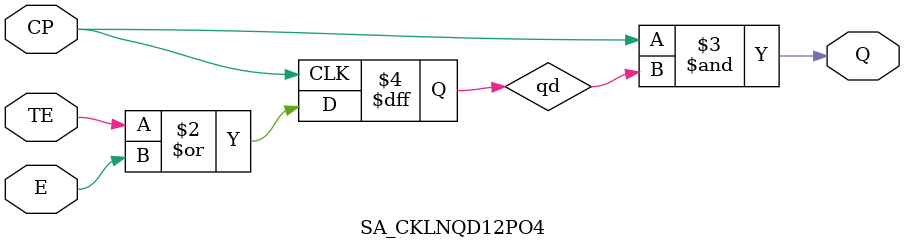
<source format=v>
module SA_CKLNQD12PO4 (
  TE
 ,E
 ,CP
 ,Q
 );
input TE ;
input E ;
input CP ;
output Q ;
reg qd;
always @(negedge CP)
    qd <= TE | E;
assign Q = CP & qd;
endmodule

</source>
